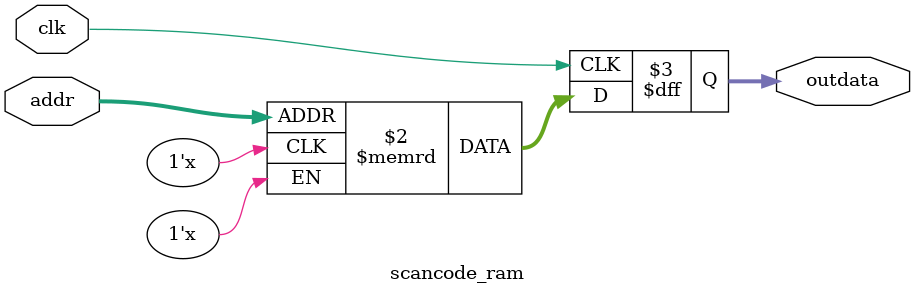
<source format=v>
module scancode_ram(clk, addr,outdata);
input clk;
input [7:0] addr;
output reg [7:0] outdata;

(* ram_init_file = "ascii_tab.mif" *) reg [7:0] ascii_tab[255:0];

always @(posedge clk)
begin
      outdata <= ascii_tab[addr];
end

endmodule
</source>
